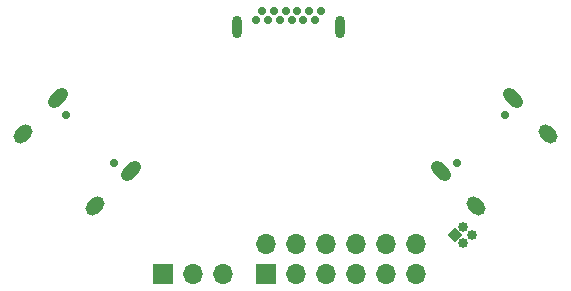
<source format=gbs>
G04 #@! TF.GenerationSoftware,KiCad,Pcbnew,8.0.4*
G04 #@! TF.CreationDate,2024-08-10T17:47:18+02:00*
G04 #@! TF.ProjectId,debubo,64656275-626f-42e6-9b69-6361645f7063,0*
G04 #@! TF.SameCoordinates,Original*
G04 #@! TF.FileFunction,Soldermask,Bot*
G04 #@! TF.FilePolarity,Negative*
%FSLAX46Y46*%
G04 Gerber Fmt 4.6, Leading zero omitted, Abs format (unit mm)*
G04 Created by KiCad (PCBNEW 8.0.4) date 2024-08-10 17:47:18*
%MOMM*%
%LPD*%
G01*
G04 APERTURE LIST*
G04 Aperture macros list*
%AMHorizOval*
0 Thick line with rounded ends*
0 $1 width*
0 $2 $3 position (X,Y) of the first rounded end (center of the circle)*
0 $4 $5 position (X,Y) of the second rounded end (center of the circle)*
0 Add line between two ends*
20,1,$1,$2,$3,$4,$5,0*
0 Add two circle primitives to create the rounded ends*
1,1,$1,$2,$3*
1,1,$1,$4,$5*%
%AMRotRect*
0 Rectangle, with rotation*
0 The origin of the aperture is its center*
0 $1 length*
0 $2 width*
0 $3 Rotation angle, in degrees counterclockwise*
0 Add horizontal line*
21,1,$1,$2,0,0,$3*%
G04 Aperture macros list end*
%ADD10RotRect,0.850000X0.850000X45.000000*%
%ADD11HorizOval,0.850000X0.000000X0.000000X0.000000X0.000000X0*%
%ADD12O,1.700000X1.700000*%
%ADD13R,1.700000X1.700000*%
%ADD14O,0.850000X1.900000*%
%ADD15C,0.700000*%
%ADD16HorizOval,1.100000X-0.318198X0.318198X0.318198X-0.318198X0*%
%ADD17HorizOval,1.200000X-0.212132X0.212132X0.212132X-0.212132X0*%
%ADD18HorizOval,1.100000X-0.318198X-0.318198X0.318198X0.318198X0*%
%ADD19HorizOval,1.200000X-0.212132X-0.212132X0.212132X0.212132X0*%
G04 APERTURE END LIST*
D10*
X155850000Y-103450000D03*
D11*
X156557107Y-102742893D03*
X156557107Y-104157107D03*
X157264214Y-103450000D03*
D12*
X136225000Y-106750000D03*
X133685000Y-106750000D03*
D13*
X131145000Y-106750000D03*
D14*
X146100000Y-85800001D03*
X137400000Y-85800001D03*
D15*
X144500000Y-84500000D03*
X144000000Y-85220000D03*
X143500000Y-84500000D03*
X143000000Y-85220000D03*
X142500000Y-84500000D03*
X142000000Y-85220000D03*
X141500000Y-84500000D03*
X141000000Y-85220000D03*
X140500000Y-84500000D03*
X140000000Y-85220000D03*
X139500000Y-84500000D03*
X139000000Y-85220000D03*
X156016210Y-97353287D03*
X160103287Y-93266210D03*
D16*
X154633816Y-98000290D03*
D17*
X157603665Y-100970138D03*
D16*
X160750290Y-91883816D03*
D17*
X163720138Y-94853665D03*
D15*
X122896713Y-93266210D03*
X126983790Y-97353287D03*
D18*
X122249710Y-91883816D03*
D19*
X119279862Y-94853665D03*
D18*
X128366184Y-98000290D03*
D19*
X125396335Y-100970138D03*
D12*
X152510000Y-104210000D03*
X152510000Y-106750000D03*
X149970000Y-104210000D03*
X149970000Y-106750000D03*
X147430000Y-104210000D03*
X147430000Y-106750000D03*
X144890000Y-104210000D03*
X144890000Y-106750000D03*
X142350000Y-104210000D03*
X142350000Y-106750000D03*
X139810000Y-104210000D03*
D13*
X139810000Y-106750000D03*
M02*

</source>
